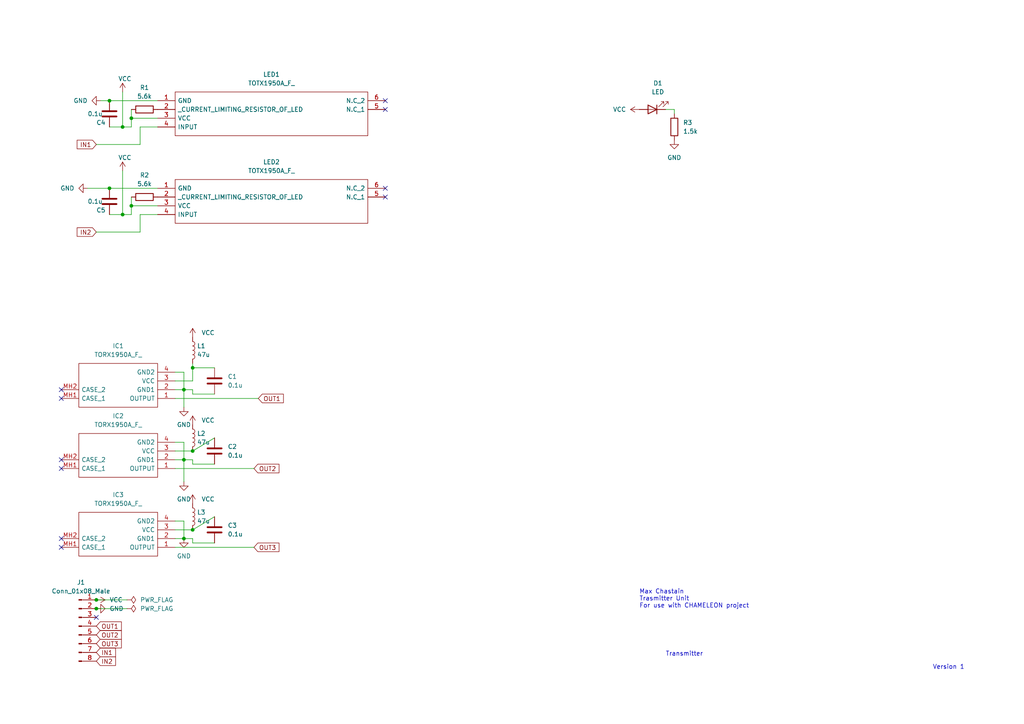
<source format=kicad_sch>
(kicad_sch (version 20211123) (generator eeschema)
  (paper "A4")
  (lib_symbols
    (symbol "Connector:Conn_01x08_Male" (pin_names (offset 1.016) hide)
      (property "Reference" "J" (at 0 10.16 0))
      (property "Value" "Conn_01x08_Male" (at 0 -12.7 0))
      (symbol "Conn_01x08_Male_1_1"
        (polyline (pts (xy 1.27 -10.16) (xy 0.8636 -10.16)) (stroke (width 0.1524)))
        (polyline (pts (xy 1.27 -7.62) (xy 0.8636 -7.62)) (stroke (width 0.1524)))
        (polyline (pts (xy 1.27 -5.08) (xy 0.8636 -5.08)) (stroke (width 0.1524)))
        (polyline (pts (xy 1.27 -2.54) (xy 0.8636 -2.54)) (stroke (width 0.1524)))
        (polyline (pts (xy 1.27 0) (xy 0.8636 0)) (stroke (width 0.1524)))
        (polyline (pts (xy 1.27 2.54) (xy 0.8636 2.54)) (stroke (width 0.1524)))
        (polyline (pts (xy 1.27 5.08) (xy 0.8636 5.08)) (stroke (width 0.1524)))
        (polyline (pts (xy 1.27 7.62) (xy 0.8636 7.62)) (stroke (width 0.1524)))
        (rectangle (start 0.8636 -10.033) (end 0 -10.287) (stroke (width 0.1524)) (fill (type outline)))
        (rectangle (start 0.8636 -7.493) (end 0 -7.747) (stroke (width 0.1524)) (fill (type outline)))
        (rectangle (start 0.8636 -4.953) (end 0 -5.207) (stroke (width 0.1524)) (fill (type outline)))
        (rectangle (start 0.8636 -2.413) (end 0 -2.667) (stroke (width 0.1524)) (fill (type outline)))
        (rectangle (start 0.8636 0.127) (end 0 -0.127) (stroke (width 0.1524)) (fill (type outline)))
        (rectangle (start 0.8636 2.667) (end 0 2.413) (stroke (width 0.1524)) (fill (type outline)))
        (rectangle (start 0.8636 5.207) (end 0 4.953) (stroke (width 0.1524)) (fill (type outline)))
        (rectangle (start 0.8636 7.747) (end 0 7.493) (stroke (width 0.1524)) (fill (type outline)))
        (pin passive line (at 5.08 7.62 180) (length 3.81) (name "Pin_1") (number "1"))
        (pin passive line (at 5.08 5.08 180) (length 3.81) (name "Pin_2") (number "2"))
        (pin passive line (at 5.08 2.54 180) (length 3.81) (name "Pin_3") (number "3"))
        (pin passive line (at 5.08 0 180) (length 3.81) (name "Pin_4") (number "4"))
        (pin passive line (at 5.08 -2.54 180) (length 3.81) (name "Pin_5") (number "5"))
        (pin passive line (at 5.08 -5.08 180) (length 3.81) (name "Pin_6") (number "6"))
        (pin passive line (at 5.08 -7.62 180) (length 3.81) (name "Pin_7") (number "7"))
        (pin passive line (at 5.08 -10.16 180) (length 3.81) (name "Pin_8") (number "8"))
      )
    )
    (symbol "Device:C" (pin_numbers hide) (pin_names (offset 0.254))
      (property "Reference" "C" (at 0.635 2.54 0))
      (property "Value" "C" (at 0.635 -2.54 0))
      (symbol "C_0_1"
        (polyline (pts (xy -2.032 -0.762) (xy 2.032 -0.762)) (stroke (width 0.508)))
        (polyline (pts (xy -2.032 0.762) (xy 2.032 0.762)) (stroke (width 0.508)))
      )
      (symbol "C_1_1"
        (pin passive line (at 0 3.81 270) (length 2.794) (name "~") (number "1"))
        (pin passive line (at 0 -3.81 90) (length 2.794) (name "~") (number "2"))
      )
    )
    (symbol "Device:L" (pin_numbers hide) (pin_names (offset 1.016) hide)
      (property "Reference" "L" (at -1.27 0 90))
      (property "Value" "L" (at 1.905 0 90))
      (symbol "L_0_1"
        (arc (start 0 -2.54) (mid 0.635 -1.905) (end 0 -1.27))
        (arc (start 0 -1.27) (mid 0.635 -0.635) (end 0 0))
        (arc (start 0 0) (mid 0.635 0.635) (end 0 1.27))
        (arc (start 0 1.27) (mid 0.635 1.905) (end 0 2.54))
      )
      (symbol "L_1_1"
        (pin passive line (at 0 3.81 270) (length 1.27) (name "1") (number "1"))
        (pin passive line (at 0 -3.81 90) (length 1.27) (name "2") (number "2"))
      )
    )
    (symbol "Device:LED" (pin_numbers hide) (pin_names (offset 1.016) hide)
      (property "Reference" "D" (at 0 2.54 0))
      (property "Value" "LED" (at 0 -2.54 0))
      (symbol "LED_0_1"
        (polyline (pts (xy -1.27 -1.27) (xy -1.27 1.27)) (stroke (width 0.254)))
        (polyline (pts (xy -1.27 0) (xy 1.27 0)))
        (polyline (pts (xy 1.27 -1.27) (xy 1.27 1.27) (xy -1.27 0) (xy 1.27 -1.27)) (stroke (width 0.254)))
        (polyline (pts (xy -3.048 -0.762) (xy -4.572 -2.286) (xy -3.81 -2.286) (xy -4.572 -2.286) (xy -4.572 -1.524)))
        (polyline (pts (xy -1.778 -0.762) (xy -3.302 -2.286) (xy -2.54 -2.286) (xy -3.302 -2.286) (xy -3.302 -1.524)))
      )
      (symbol "LED_1_1"
        (pin passive line (at -3.81 0 0) (length 2.54) (name "K") (number "1"))
        (pin passive line (at 3.81 0 180) (length 2.54) (name "A") (number "2"))
      )
    )
    (symbol "Device:R" (pin_numbers hide) (pin_names (offset 0))
      (property "Reference" "R" (at 2.032 0 90))
      (property "Value" "R" (at 0 0 90))
      (symbol "R_0_1"
        (rectangle (start -1.016 -2.54) (end 1.016 2.54) (stroke (width 0.254)))
      )
      (symbol "R_1_1"
        (pin passive line (at 0 3.81 270) (length 1.27) (name "~") (number "1"))
        (pin passive line (at 0 -3.81 90) (length 1.27) (name "~") (number "2"))
      )
    )
    (symbol "TORX1950A_F_:TORX1950A_F_" (pin_names (offset 0.762))
      (property "Reference" "IC" (at 29.21 7.62 0))
      (property "Value" "TORX1950A_F_" (at 29.21 5.08 0))
      (symbol "TORX1950A_F__0_0"
        (pin passive line (at 0 0 0) (length 5.08) (name "OUTPUT") (number "1"))
        (pin passive line (at 0 -2.54 0) (length 5.08) (name "GND1") (number "2"))
        (pin passive line (at 0 -5.08 0) (length 5.08) (name "VCC") (number "3"))
        (pin passive line (at 0 -7.62 0) (length 5.08) (name "GND2") (number "4"))
        (pin passive line (at 33.02 0 180) (length 5.08) (name "CASE_1") (number "MH1"))
        (pin passive line (at 33.02 -2.54 180) (length 5.08) (name "CASE_2") (number "MH2"))
      )
      (symbol "TORX1950A_F__0_1"
        (polyline (pts (xy 5.08 2.54) (xy 27.94 2.54) (xy 27.94 -10.16) (xy 5.08 -10.16) (xy 5.08 2.54)) (stroke (width 0.1524)))
      )
    )
    (symbol "TOTX1950A_F_:TOTX1950A_F_" (pin_names (offset 0.762))
      (property "Reference" "LED" (at 62.23 7.62 0))
      (property "Value" "TOTX1950A_F_" (at 62.23 5.08 0))
      (symbol "TOTX1950A_F__0_0"
        (pin passive line (at 0 0 0) (length 5.08) (name "GND") (number "1"))
        (pin passive line (at 0 -2.54 0) (length 5.08) (name "_CURRENT_LIMITING_RESISTOR_OF_LED") (number "2"))
        (pin passive line (at 0 -5.08 0) (length 5.08) (name "VCC") (number "3"))
        (pin passive line (at 0 -7.62 0) (length 5.08) (name "INPUT") (number "4"))
        (pin passive line (at 66.04 -2.54 180) (length 5.08) (name "N.C_1") (number "5"))
        (pin passive line (at 66.04 0 180) (length 5.08) (name "N.C_2") (number "6"))
      )
      (symbol "TOTX1950A_F__0_1"
        (polyline (pts (xy 5.08 2.54) (xy 60.96 2.54) (xy 60.96 -10.16) (xy 5.08 -10.16) (xy 5.08 2.54)) (stroke (width 0.1524)))
      )
    )
    (symbol "power:GND" (power) (pin_names (offset 0))
      (property "Value" "GND" (at 0 -3.81 0))
      (symbol "GND_0_1"
        (polyline (pts (xy 0 0) (xy 0 -1.27) (xy 1.27 -1.27) (xy 0 -2.54) (xy -1.27 -1.27) (xy 0 -1.27)))
      )
      (symbol "GND_1_1"
        (pin power_in line (at 0 0 270) (length 0) hide (name "GND") (number "1"))
      )
    )
    (symbol "power:PWR_FLAG" (power) (pin_numbers hide) (pin_names (offset 0) hide)
      (property "Value" "PWR_FLAG" (at 0 3.81 0))
      (symbol "PWR_FLAG_0_0"
        (pin power_out line (at 0 0 90) (length 0) (name "pwr") (number "1"))
      )
      (symbol "PWR_FLAG_0_1"
        (polyline (pts (xy 0 0) (xy 0 1.27) (xy -1.016 1.905) (xy 0 2.54) (xy 1.016 1.905) (xy 0 1.27)))
      )
    )
    (symbol "power:VCC" (power) (pin_names (offset 0))
      (property "Value" "VCC" (at 0 3.81 0))
      (symbol "VCC_0_1"
        (polyline (pts (xy -0.762 1.27) (xy 0 2.54)))
        (polyline (pts (xy 0 0) (xy 0 2.54)))
        (polyline (pts (xy 0 2.54) (xy 0.762 1.27)))
      )
      (symbol "VCC_1_1"
        (pin power_in line (at 0 0 90) (length 0) hide (name "VCC") (number "1"))
      )
    )
  )
  (junction (at 31.75 29.21))
  (junction (at 53.34 156.21))
  (junction (at 55.88 130.81))
  (junction (at 55.88 106.68))
  (junction (at 27.94 173.99))
  (junction (at 55.88 153.67))
  (junction (at 38.1 59.69))
  (junction (at 53.34 113.03))
  (junction (at 53.34 133.35))
  (junction (at 35.56 62.23))
  (junction (at 27.94 176.53))
  (junction (at 31.75 54.61))
  (junction (at 35.56 36.83))
  (junction (at 38.1 34.29))
  (no_connect (at 17.78 158.75))
  (no_connect (at 17.78 135.89))
  (no_connect (at 17.78 156.21))
  (no_connect (at 111.76 57.15))
  (no_connect (at 111.76 54.61))
  (no_connect (at 17.78 133.35))
  (no_connect (at 17.78 113.03))
  (no_connect (at 27.94 179.07))
  (no_connect (at 111.76 29.21))
  (no_connect (at 17.78 115.57))
  (no_connect (at 111.76 31.75))
  (wire (pts (xy 53.34 107.95) (xy 53.34 113.03)))
  (wire (pts (xy 55.88 106.68) (xy 62.23 106.68)))
  (wire (pts (xy 25.4 54.61) (xy 31.75 54.61)))
  (wire (pts (xy 195.58 33.02) (xy 195.58 31.75)))
  (wire (pts (xy 29.21 29.21) (xy 31.75 29.21)))
  (wire (pts (xy 50.8 151.13) (xy 53.34 151.13)))
  (wire (pts (xy 55.88 133.35) (xy 53.34 133.35)))
  (wire (pts (xy 50.8 153.67) (xy 55.88 153.67)))
  (wire (pts (xy 50.8 128.27) (xy 53.34 128.27)))
  (wire (pts (xy 31.75 29.21) (xy 45.72 29.21)))
  (wire (pts (xy 35.56 26.67) (xy 35.56 36.83)))
  (wire (pts (xy 31.75 54.61) (xy 45.72 54.61)))
  (wire (pts (xy 27.94 67.31) (xy 40.64 67.31)))
  (wire (pts (xy 55.88 157.48) (xy 55.88 156.21)))
  (wire (pts (xy 40.64 36.83) (xy 40.64 41.91)))
  (wire (pts (xy 45.72 34.29) (xy 38.1 34.29)))
  (wire (pts (xy 55.88 106.68) (xy 55.88 105.41)))
  (wire (pts (xy 38.1 31.75) (xy 38.1 34.29)))
  (wire (pts (xy 35.56 49.53) (xy 35.56 62.23)))
  (wire (pts (xy 50.8 135.89) (xy 73.66 135.89)))
  (wire (pts (xy 62.23 134.62) (xy 55.88 134.62)))
  (wire (pts (xy 35.56 36.83) (xy 31.75 36.83)))
  (wire (pts (xy 50.8 130.81) (xy 55.88 130.81)))
  (wire (pts (xy 38.1 36.83) (xy 35.56 36.83)))
  (wire (pts (xy 55.88 113.03) (xy 53.34 113.03)))
  (wire (pts (xy 62.23 157.48) (xy 55.88 157.48)))
  (wire (pts (xy 53.34 151.13) (xy 53.34 156.21)))
  (wire (pts (xy 62.23 127) (xy 55.88 130.81)))
  (wire (pts (xy 195.58 31.75) (xy 193.04 31.75)))
  (wire (pts (xy 53.34 139.7) (xy 53.34 133.35)))
  (wire (pts (xy 53.34 156.21) (xy 50.8 156.21)))
  (wire (pts (xy 45.72 59.69) (xy 38.1 59.69)))
  (wire (pts (xy 55.88 110.49) (xy 55.88 106.68)))
  (wire (pts (xy 55.88 156.21) (xy 53.34 156.21)))
  (wire (pts (xy 55.88 114.3) (xy 55.88 113.03)))
  (wire (pts (xy 27.94 176.53) (xy 36.83 176.53)))
  (wire (pts (xy 50.8 158.75) (xy 73.66 158.75)))
  (wire (pts (xy 53.34 118.11) (xy 53.34 113.03)))
  (wire (pts (xy 27.94 41.91) (xy 40.64 41.91)))
  (wire (pts (xy 45.72 36.83) (xy 40.64 36.83)))
  (wire (pts (xy 53.34 128.27) (xy 53.34 133.35)))
  (wire (pts (xy 53.34 113.03) (xy 50.8 113.03)))
  (wire (pts (xy 35.56 62.23) (xy 31.75 62.23)))
  (wire (pts (xy 50.8 107.95) (xy 53.34 107.95)))
  (wire (pts (xy 50.8 115.57) (xy 74.93 115.57)))
  (wire (pts (xy 38.1 59.69) (xy 38.1 62.23)))
  (wire (pts (xy 62.23 149.86) (xy 55.88 153.67)))
  (wire (pts (xy 62.23 114.3) (xy 55.88 114.3)))
  (wire (pts (xy 50.8 110.49) (xy 55.88 110.49)))
  (wire (pts (xy 38.1 62.23) (xy 35.56 62.23)))
  (wire (pts (xy 45.72 62.23) (xy 40.64 62.23)))
  (wire (pts (xy 53.34 133.35) (xy 50.8 133.35)))
  (wire (pts (xy 38.1 34.29) (xy 38.1 36.83)))
  (wire (pts (xy 27.94 173.99) (xy 36.83 173.99)))
  (wire (pts (xy 55.88 134.62) (xy 55.88 133.35)))
  (wire (pts (xy 38.1 57.15) (xy 38.1 59.69)))
  (wire (pts (xy 40.64 62.23) (xy 40.64 67.31)))
  (text "Transmitter" (at 193.04 190.5 0) (effects (font (size 1.27 1.27)) (justify left bottom)))
  (text "Version 1" (at 270.51 194.31 0) (effects (font (size 1.27 1.27)) (justify left bottom)))
  (text "Max Chastain\nTrasmitter Unit\nFor use with CHAMELEON project" (at 185.42 176.53 0) (effects (font (size 1.27 1.27)) (justify left bottom)))
  (global_label "IN1" (shape input) (at 27.94 41.91 180) (property "Intersheet References" "${INTERSHEET_REFS}" (effects hide)))
  (global_label "IN1" (shape input) (at 27.94 189.23 0) (property "Intersheet References" "${INTERSHEET_REFS}" (effects hide)))
  (global_label "IN2" (shape input) (at 27.94 191.77 0) (property "Intersheet References" "${INTERSHEET_REFS}" (effects hide)))
  (global_label "OUT2" (shape input) (at 73.66 135.89 0) (property "Intersheet References" "${INTERSHEET_REFS}" (effects hide)))
  (global_label "IN2" (shape input) (at 27.94 67.31 180) (property "Intersheet References" "${INTERSHEET_REFS}" (effects hide)))
  (global_label "OUT3" (shape input) (at 73.66 158.75 0) (property "Intersheet References" "${INTERSHEET_REFS}" (effects hide)))
  (global_label "OUT1" (shape input) (at 27.94 181.61 0) (property "Intersheet References" "${INTERSHEET_REFS}" (effects hide)))
  (global_label "OUT2" (shape input) (at 27.94 184.15 0) (property "Intersheet References" "${INTERSHEET_REFS}" (effects hide)))
  (global_label "OUT3" (shape input) (at 27.94 186.69 0) (property "Intersheet References" "${INTERSHEET_REFS}" (effects hide)))
  (global_label "OUT1" (shape input) (at 74.93 115.57 0) (property "Intersheet References" "${INTERSHEET_REFS}" (effects hide)))
  (symbol (lib_id "Device:C") (at 62.23 110.49 0) (unit 1)
    (property "Reference" "C1" (at 66.04 109.2199 0) (effects (justify left)))
    (property "Value" "0.1u" (at 66.04 111.7599 0) (effects (justify left)))
    (property "Footprint" "Capacitor_SMD:C_0603_1608Metric_Pad1.08x0.95mm_HandSolder" (effects hide))
  )
  (symbol (lib_id "power:VCC") (at 55.88 146.05 0) (unit 1)
    (property "Reference" "#PWR0106" (effects hide))
    (property "Value" "VCC" (at 58.42 144.7799 0) (effects (justify left)))
  )
  (symbol (lib_id "TORX1950A_F_:TORX1950A_F_") (at 50.8 115.57 180) (unit 1)
    (property "Reference" "IC1" (at 34.29 100.33 0))
    (property "Value" "TORX1950A_F_" (at 34.29 102.87 0))
    (property "Footprint" "KiCad:TORX1950AF" (effects hide))
    (property "Description" "Optical Receiver 10Mbps Single 50m 6-Pin )" (effects hide))
    (property "Height" "8.8" (effects hide))
    (property "Mouser Part Number" "71-TORX1950A(F)" (effects hide))
    (property "Mouser Price/Stock" "https://www.mouser.co.uk/ProductDetail/Toshiba/TORX1950AF?qs=gev7jUp%252BQ%252BhPDbv%252Bwuk0PA%3D%3D" (effects hide))
    (property "Manufacturer_Name" "Toshiba" (effects hide))
    (property "Manufacturer_Part_Number" "TORX1950A(F)" (effects hide))
  )
  (symbol (lib_id "power:PWR_FLAG") (at 36.83 173.99 270) (unit 1)
    (property "Reference" "#FLG0101" (effects hide))
    (property "Value" "PWR_FLAG" (at 40.64 173.9899 90) (effects (justify left)))
  )
  (symbol (lib_id "TOTX1950A_F_:TOTX1950A_F_") (at 45.72 54.61 0) (unit 1)
    (property "Reference" "LED2" (at 78.74 46.99 0))
    (property "Value" "TOTX1950A_F_" (at 78.74 49.53 0))
    (property "Footprint" "KiCad:TOTX1950AF" (effects hide))
    (property "Description" "Fiber Optic Transmitters, Receivers, Transceivers 650 nm LED OPTICAL TRANSMN MOD" (effects hide))
    (property "Height" "8.8" (effects hide))
    (property "Mouser Part Number" "757-TOTX1950AF" (effects hide))
    (property "Mouser Price/Stock" "https://www.mouser.co.uk/ProductDetail/Toshiba/TOTX1950AF?qs=gev7jUp%252BQ%252BhDjDGaeAaJXw%3D%3D" (effects hide))
    (property "Manufacturer_Name" "Toshiba" (effects hide))
    (property "Manufacturer_Part_Number" "TOTX1950A(F)" (effects hide))
  )
  (symbol (lib_id "power:GND") (at 195.58 40.64 0) (unit 1)
    (property "Reference" "#PWR0110" (effects hide))
    (property "Value" "GND" (at 195.58 45.72 0))
  )
  (symbol (lib_id "Device:L") (at 55.88 127 0) (unit 1)
    (property "Reference" "L2" (at 57.15 125.7299 0) (effects (justify left)))
    (property "Value" "47u" (at 57.15 128.2699 0) (effects (justify left)))
    (property "Footprint" "Inductor_SMD:L_0603_1608Metric_Pad1.05x0.95mm_HandSolder" (effects hide))
  )
  (symbol (lib_id "power:VCC") (at 55.88 97.79 0) (unit 1)
    (property "Reference" "#PWR0102" (effects hide))
    (property "Value" "VCC" (at 58.42 96.5199 0) (effects (justify left)))
  )
  (symbol (lib_id "Device:C") (at 62.23 153.67 0) (unit 1)
    (property "Reference" "C3" (at 66.04 152.3999 0) (effects (justify left)))
    (property "Value" "0.1u" (at 66.04 154.9399 0) (effects (justify left)))
    (property "Footprint" "Capacitor_SMD:C_0603_1608Metric_Pad1.08x0.95mm_HandSolder" (effects hide))
  )
  (symbol (lib_id "power:GND") (at 53.34 139.7 0) (unit 1)
    (property "Reference" "#PWR0104" (effects hide))
    (property "Value" "GND" (at 53.34 144.78 0))
  )
  (symbol (lib_id "Device:C") (at 31.75 33.02 0) (unit 1)
    (property "Reference" "C4" (at 27.94 35.56 0) (effects (justify left)))
    (property "Value" "0.1u" (at 25.4 33.02 0) (effects (justify left)))
    (property "Footprint" "Capacitor_SMD:C_0603_1608Metric_Pad1.08x0.95mm_HandSolder" (effects hide))
  )
  (symbol (lib_id "TOTX1950A_F_:TOTX1950A_F_") (at 45.72 29.21 0) (unit 1)
    (property "Reference" "LED1" (at 78.74 21.59 0))
    (property "Value" "TOTX1950A_F_" (at 78.74 24.13 0))
    (property "Footprint" "KiCad:TOTX1950AF" (effects hide))
    (property "Description" "Fiber Optic Transmitters, Receivers, Transceivers 650 nm LED OPTICAL TRANSMN MOD" (effects hide))
    (property "Height" "8.8" (effects hide))
    (property "Mouser Part Number" "757-TOTX1950AF" (effects hide))
    (property "Mouser Price/Stock" "https://www.mouser.co.uk/ProductDetail/Toshiba/TOTX1950AF?qs=gev7jUp%252BQ%252BhDjDGaeAaJXw%3D%3D" (effects hide))
    (property "Manufacturer_Name" "Toshiba" (effects hide))
    (property "Manufacturer_Part_Number" "TOTX1950A(F)" (effects hide))
  )
  (symbol (lib_id "power:GND") (at 53.34 118.11 0) (unit 1)
    (property "Reference" "#PWR0107" (effects hide))
    (property "Value" "GND" (at 53.34 123.19 0))
  )
  (symbol (lib_id "power:GND") (at 53.34 156.21 0) (unit 1)
    (property "Reference" "#PWR0111" (effects hide))
    (property "Value" "GND" (at 53.34 161.29 0))
  )
  (symbol (lib_id "Connector:Conn_01x08_Male") (at 22.86 181.61 0) (unit 1)
    (property "Reference" "J1" (at 23.495 168.91 0))
    (property "Value" "Conn_01x08_Male" (at 23.495 171.45 0))
    (property "Footprint" "Connector_PinHeader_2.54mm:PinHeader_1x08_P2.54mm_Vertical" (effects hide))
  )
  (symbol (lib_id "power:GND") (at 25.4 54.61 270) (unit 1)
    (property "Reference" "#PWR0114" (effects hide))
    (property "Value" "GND" (at 21.59 54.6099 90) (effects (justify right)))
  )
  (symbol (lib_id "Device:C") (at 31.75 58.42 0) (unit 1)
    (property "Reference" "C5" (at 27.94 60.96 0) (effects (justify left)))
    (property "Value" "0.1u" (at 25.4 58.42 0) (effects (justify left)))
    (property "Footprint" "Capacitor_SMD:C_0603_1608Metric_Pad1.08x0.95mm_HandSolder" (effects hide))
  )
  (symbol (lib_id "Device:L") (at 55.88 149.86 0) (unit 1)
    (property "Reference" "L3" (at 57.15 148.5899 0) (effects (justify left)))
    (property "Value" "47u" (at 57.15 151.1299 0) (effects (justify left)))
    (property "Footprint" "Inductor_SMD:L_0603_1608Metric_Pad1.05x0.95mm_HandSolder" (effects hide))
  )
  (symbol (lib_id "Device:LED") (at 189.23 31.75 180) (unit 1)
    (property "Reference" "D1" (at 190.8175 24.13 0))
    (property "Value" "LED" (at 190.8175 26.67 0))
    (property "Footprint" "LED_THT:LED_D8.0mm" (effects hide))
  )
  (symbol (lib_id "Device:R") (at 41.91 31.75 90) (unit 1)
    (property "Reference" "R1" (at 41.91 25.4 90))
    (property "Value" "5.6k" (at 41.91 27.94 90))
    (property "Footprint" "Resistor_SMD:R_0603_1608Metric_Pad0.98x0.95mm_HandSolder" (effects hide))
  )
  (symbol (lib_id "power:GND") (at 29.21 29.21 270) (unit 1)
    (property "Reference" "#PWR0116" (effects hide))
    (property "Value" "GND" (at 25.4 29.2099 90) (effects (justify right)))
  )
  (symbol (lib_id "power:VCC") (at 35.56 49.53 0) (unit 1)
    (property "Reference" "#PWR0105" (effects hide))
    (property "Value" "VCC" (at 34.29 45.72 0) (effects (justify left)))
  )
  (symbol (lib_id "power:PWR_FLAG") (at 36.83 176.53 270) (unit 1)
    (property "Reference" "#FLG0102" (effects hide))
    (property "Value" "PWR_FLAG" (at 40.64 176.5299 90) (effects (justify left)))
  )
  (symbol (lib_id "TORX1950A_F_:TORX1950A_F_") (at 50.8 135.89 180) (unit 1)
    (property "Reference" "IC2" (at 34.29 120.65 0))
    (property "Value" "TORX1950A_F_" (at 34.29 123.19 0))
    (property "Footprint" "KiCad:TORX1950AF" (effects hide))
    (property "Description" "Optical Receiver 10Mbps Single 50m 6-Pin )" (effects hide))
    (property "Height" "8.8" (effects hide))
    (property "Mouser Part Number" "71-TORX1950A(F)" (effects hide))
    (property "Mouser Price/Stock" "https://www.mouser.co.uk/ProductDetail/Toshiba/TORX1950AF?qs=gev7jUp%252BQ%252BhPDbv%252Bwuk0PA%3D%3D" (effects hide))
    (property "Manufacturer_Name" "Toshiba" (effects hide))
    (property "Manufacturer_Part_Number" "TORX1950A(F)" (effects hide))
  )
  (symbol (lib_id "TORX1950A_F_:TORX1950A_F_") (at 50.8 158.75 180) (unit 1)
    (property "Reference" "IC3" (at 34.29 143.51 0))
    (property "Value" "TORX1950A_F_" (at 34.29 146.05 0))
    (property "Footprint" "KiCad:TORX1950AF" (effects hide))
    (property "Description" "Optical Receiver 10Mbps Single 50m 6-Pin )" (effects hide))
    (property "Height" "8.8" (effects hide))
    (property "Mouser Part Number" "71-TORX1950A(F)" (effects hide))
    (property "Mouser Price/Stock" "https://www.mouser.co.uk/ProductDetail/Toshiba/TORX1950AF?qs=gev7jUp%252BQ%252BhPDbv%252Bwuk0PA%3D%3D" (effects hide))
    (property "Manufacturer_Name" "Toshiba" (effects hide))
    (property "Manufacturer_Part_Number" "TORX1950A(F)" (effects hide))
  )
  (symbol (lib_id "power:VCC") (at 185.42 31.75 90) (unit 1)
    (property "Reference" "#PWR0112" (effects hide))
    (property "Value" "VCC" (at 181.61 31.7499 90) (effects (justify left)))
  )
  (symbol (lib_id "Device:C") (at 62.23 130.81 0) (unit 1)
    (property "Reference" "C2" (at 66.04 129.5399 0) (effects (justify left)))
    (property "Value" "0.1u" (at 66.04 132.0799 0) (effects (justify left)))
    (property "Footprint" "Capacitor_SMD:C_0603_1608Metric_Pad1.08x0.95mm_HandSolder" (effects hide))
  )
  (symbol (lib_id "Device:L") (at 55.88 101.6 0) (unit 1)
    (property "Reference" "L1" (at 57.15 100.3299 0) (effects (justify left)))
    (property "Value" "47u" (at 57.15 102.8699 0) (effects (justify left)))
    (property "Footprint" "Inductor_SMD:L_0603_1608Metric_Pad1.05x0.95mm_HandSolder" (effects hide))
  )
  (symbol (lib_id "power:GND") (at 27.94 176.53 90) (unit 1)
    (property "Reference" "#PWR0109" (effects hide))
    (property "Value" "GND" (at 31.75 176.5299 90) (effects (justify right)))
  )
  (symbol (lib_id "power:VCC") (at 27.94 173.99 270) (unit 1)
    (property "Reference" "#PWR0108" (effects hide))
    (property "Value" "VCC" (at 31.75 173.9899 90) (effects (justify left)))
  )
  (symbol (lib_id "Device:R") (at 41.91 57.15 90) (unit 1)
    (property "Reference" "R2" (at 41.91 50.8 90))
    (property "Value" "5.6k" (at 41.91 53.34 90))
    (property "Footprint" "Resistor_SMD:R_0603_1608Metric_Pad0.98x0.95mm_HandSolder" (effects hide))
  )
  (symbol (lib_id "power:VCC") (at 35.56 26.67 0) (unit 1)
    (property "Reference" "#PWR0101" (effects hide))
    (property "Value" "VCC" (at 34.29 22.86 0) (effects (justify left)))
  )
  (symbol (lib_id "power:VCC") (at 55.88 123.19 0) (unit 1)
    (property "Reference" "#PWR0103" (effects hide))
    (property "Value" "VCC" (at 58.42 121.9199 0) (effects (justify left)))
  )
  (symbol (lib_id "Device:R") (at 195.58 36.83 0) (unit 1)
    (property "Reference" "R3" (at 198.12 35.5599 0) (effects (justify left)))
    (property "Value" "1.5k" (at 198.12 38.0999 0) (effects (justify left)))
    (property "Footprint" "Resistor_SMD:R_0805_2012Metric_Pad1.20x1.40mm_HandSolder" (effects hide))
  )
)
</source>
